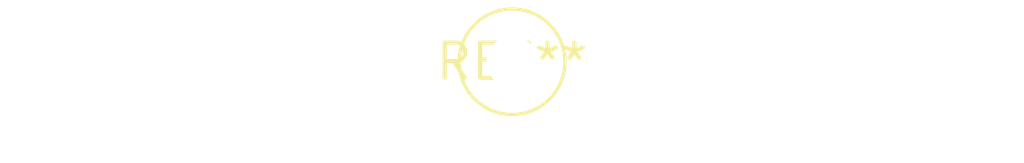
<source format=kicad_pcb>
(kicad_pcb (version 20240108) (generator pcbnew)
  (layers (0 "F.Cu" signal) (31 "B.Cu" signal) (34 "B.Paste" user) (35 "F.Paste" user) (36 "B.SilkS" user "B.Silkscreen") (37 "F.SilkS" user "F.Silkscreen") (38 "B.Mask" user) (39 "F.Mask" user) (44 "Edge.Cuts" user))
  (net 0 "")
  (footprint "TestPoint_Loop_D2.50mm_Drill1.85mm" (layer "F.Cu") (at 0 0)
    (property "Reference" "REF**")
    (property "Value" "TestPoint_Loop_D2.50mm_Drill1.85mm")
    (fp_circle (center 0 0) (end 1.9 0) (layer "F.SilkS") (stroke (width 0.12)) (fill none))
    (pad "1" thru_hole circle (at 0 0) (size 3.4 3.4) (drill 1.85) (layers *.Cu *.Mask) (remove_unused_layers))
  )
)
</source>
